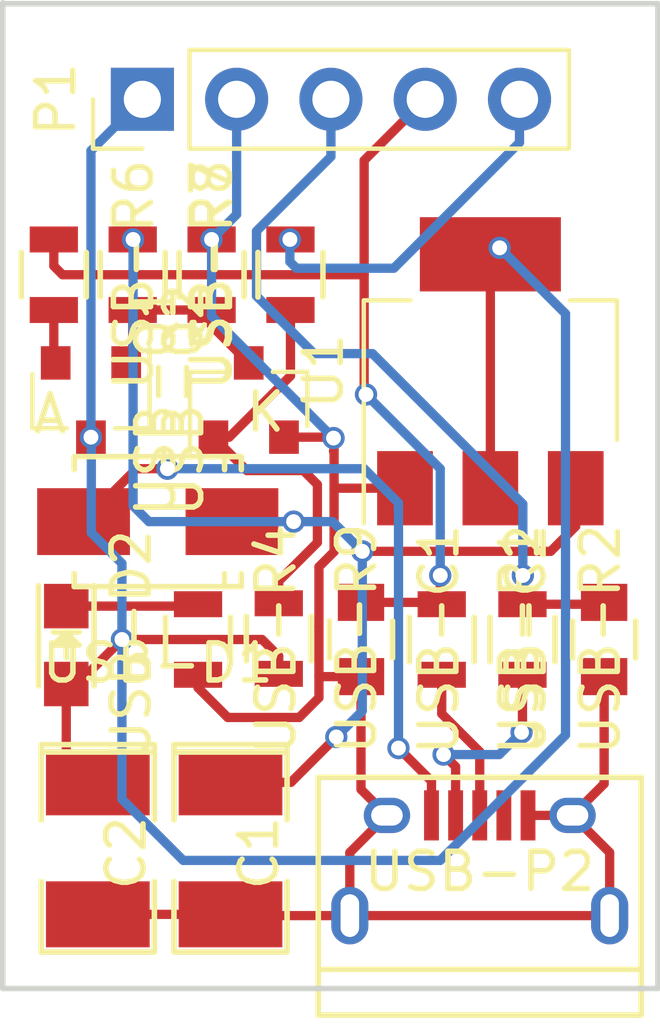
<source format=kicad_pcb>
(kicad_pcb (version 4) (host pcbnew 4.0.5-e0-6337~49~ubuntu16.04.1)

  (general
    (links 38)
    (no_connects 0)
    (area 48.065 35.241666 69.14 67)
    (thickness 1.6)
    (drawings 7)
    (tracks 185)
    (zones 0)
    (modules 19)
    (nets 14)
  )

  (page A4)
  (title_block
    (title "STM32 Maple Mini USB")
    (date 2017-09-16)
    (rev 0.9)
    (company "Radek Sebela")
  )

  (layers
    (0 F.Cu signal)
    (31 B.Cu signal)
    (32 B.Adhes user)
    (33 F.Adhes user)
    (34 B.Paste user)
    (35 F.Paste user)
    (36 B.SilkS user)
    (37 F.SilkS user)
    (38 B.Mask user)
    (39 F.Mask user)
    (40 Dwgs.User user)
    (41 Cmts.User user)
    (42 Eco1.User user)
    (43 Eco2.User user)
    (44 Edge.Cuts user)
    (45 Margin user)
    (46 B.CrtYd user)
    (47 F.CrtYd user)
    (48 B.Fab user)
    (49 F.Fab user)
  )

  (setup
    (last_trace_width 0.25)
    (user_trace_width 0.25)
    (user_trace_width 2)
    (user_trace_width 3)
    (trace_clearance 0.2)
    (zone_clearance 0.508)
    (zone_45_only no)
    (trace_min 0.2)
    (segment_width 0.2)
    (edge_width 0.15)
    (via_size 0.6)
    (via_drill 0.4)
    (via_min_size 0.4)
    (via_min_drill 0.3)
    (uvia_size 0.3)
    (uvia_drill 0.1)
    (uvias_allowed no)
    (uvia_min_size 0.2)
    (uvia_min_drill 0.1)
    (pcb_text_width 0.3)
    (pcb_text_size 1.5 1.5)
    (mod_edge_width 0.15)
    (mod_text_size 1 1)
    (mod_text_width 0.15)
    (pad_size 1.524 1.524)
    (pad_drill 0.762)
    (pad_to_mask_clearance 0.2)
    (aux_axis_origin 0 0)
    (visible_elements 7FFFFF9F)
    (pcbplotparams
      (layerselection 0x00000_80000001)
      (usegerberextensions false)
      (excludeedgelayer true)
      (linewidth 0.100000)
      (plotframeref true)
      (viasonmask false)
      (mode 1)
      (useauxorigin false)
      (hpglpennumber 1)
      (hpglpenspeed 20)
      (hpglpendiameter 15)
      (hpglpenoverlay 2)
      (psnegative false)
      (psa4output false)
      (plotreference true)
      (plotvalue false)
      (plotinvisibletext false)
      (padsonsilk false)
      (subtractmaskfromsilk false)
      (outputformat 4)
      (mirror false)
      (drillshape 0)
      (scaleselection 1)
      (outputdirectory ""))
  )

  (net 0 "")
  (net 1 USB-GND)
  (net 2 USB-5V)
  (net 3 "Net-(USB-P2-Pad2)")
  (net 4 "Net-(USB-P2-Pad3)")
  (net 5 USB-DP)
  (net 6 USB-DM)
  (net 7 USB-VCC)
  (net 8 "Net-(USB-Q1-Pad1)")
  (net 9 "Net-(USB-D1-Pad2)")
  (net 10 "Net-(USB-D2-Pad1)")
  (net 11 "Net-(USB-Q1-Pad3)")
  (net 12 "Net-(USB-Q2-Pad2)")
  (net 13 USB-DISC)

  (net_class Default "This is the default net class."
    (clearance 0.2)
    (trace_width 0.25)
    (via_dia 0.6)
    (via_drill 0.4)
    (uvia_dia 0.3)
    (uvia_drill 0.1)
    (add_net "Net-(USB-D1-Pad2)")
    (add_net "Net-(USB-D2-Pad1)")
    (add_net "Net-(USB-P2-Pad2)")
    (add_net "Net-(USB-P2-Pad3)")
    (add_net "Net-(USB-Q1-Pad1)")
    (add_net "Net-(USB-Q1-Pad3)")
    (add_net "Net-(USB-Q2-Pad2)")
    (add_net USB-5V)
    (add_net USB-DISC)
    (add_net USB-DM)
    (add_net USB-DP)
    (add_net USB-GND)
    (add_net USB-VCC)
  )

  (module Resistors_SMD:R_0805 (layer F.Cu) (tedit 58307B54) (tstamp 584BC6A7)
    (at 63.765 54.825 270)
    (descr "Resistor SMD 0805, reflow soldering, Vishay (see dcrcw.pdf)")
    (tags "resistor 0805")
    (path /584B3B82)
    (attr smd)
    (fp_text reference USB-R2 (at 0 -2.1 270) (layer F.SilkS)
      (effects (font (size 1 1) (thickness 0.15)))
    )
    (fp_text value 22R (at 0 2.1 270) (layer F.Fab)
      (effects (font (size 1 1) (thickness 0.15)))
    )
    (fp_line (start -1 0.625) (end -1 -0.625) (layer F.Fab) (width 0.1))
    (fp_line (start 1 0.625) (end -1 0.625) (layer F.Fab) (width 0.1))
    (fp_line (start 1 -0.625) (end 1 0.625) (layer F.Fab) (width 0.1))
    (fp_line (start -1 -0.625) (end 1 -0.625) (layer F.Fab) (width 0.1))
    (fp_line (start -1.6 -1) (end 1.6 -1) (layer F.CrtYd) (width 0.05))
    (fp_line (start -1.6 1) (end 1.6 1) (layer F.CrtYd) (width 0.05))
    (fp_line (start -1.6 -1) (end -1.6 1) (layer F.CrtYd) (width 0.05))
    (fp_line (start 1.6 -1) (end 1.6 1) (layer F.CrtYd) (width 0.05))
    (fp_line (start 0.6 0.875) (end -0.6 0.875) (layer F.SilkS) (width 0.15))
    (fp_line (start -0.6 -0.875) (end 0.6 -0.875) (layer F.SilkS) (width 0.15))
    (pad 1 smd rect (at -0.95 0 270) (size 0.7 1.3) (layers F.Cu F.Paste F.Mask)
      (net 6 USB-DM))
    (pad 2 smd rect (at 0.95 0 270) (size 0.7 1.3) (layers F.Cu F.Paste F.Mask)
      (net 3 "Net-(USB-P2-Pad2)"))
    (model Resistors_SMD.3dshapes/R_0805.wrl
      (at (xyz 0 0 0))
      (scale (xyz 1 1 1))
      (rotate (xyz 0 0 0))
    )
  )

  (module Connect:USB_Micro-B (layer F.Cu) (tedit 58377FE0) (tstamp 58377B80)
    (at 62.615 61.125)
    (descr "Micro USB Type B Receptacle")
    (tags "USB USB_B USB_micro USB_OTG")
    (path /58377BE0)
    (attr smd)
    (fp_text reference USB-P2 (at 0 -0.05) (layer F.SilkS)
      (effects (font (size 1 1) (thickness 0.15)))
    )
    (fp_text value USB_OTG (at 0 4.8) (layer F.Fab)
      (effects (font (size 1 1) (thickness 0.15)))
    )
    (fp_line (start -4.6 -2.8) (end 4.6 -2.8) (layer F.CrtYd) (width 0.05))
    (fp_line (start 4.6 -2.8) (end 4.6 4.05) (layer F.CrtYd) (width 0.05))
    (fp_line (start 4.6 4.05) (end -4.6 4.05) (layer F.CrtYd) (width 0.05))
    (fp_line (start -4.6 4.05) (end -4.6 -2.8) (layer F.CrtYd) (width 0.05))
    (fp_line (start -4.3509 3.81746) (end 4.3491 3.81746) (layer F.SilkS) (width 0.15))
    (fp_line (start -4.3509 -2.58754) (end 4.3491 -2.58754) (layer F.SilkS) (width 0.15))
    (fp_line (start 4.3491 -2.58754) (end 4.3491 3.81746) (layer F.SilkS) (width 0.15))
    (fp_line (start 4.3491 2.58746) (end -4.3509 2.58746) (layer F.SilkS) (width 0.15))
    (fp_line (start -4.3509 3.81746) (end -4.3509 -2.58754) (layer F.SilkS) (width 0.15))
    (pad 1 smd rect (at -1.3009 -1.56254 90) (size 1.35 0.4) (layers F.Cu F.Paste F.Mask)
      (net 9 "Net-(USB-D1-Pad2)"))
    (pad 2 smd rect (at -0.6509 -1.56254 90) (size 1.35 0.4) (layers F.Cu F.Paste F.Mask)
      (net 3 "Net-(USB-P2-Pad2)"))
    (pad 3 smd rect (at -0.0009 -1.56254 90) (size 1.35 0.4) (layers F.Cu F.Paste F.Mask)
      (net 4 "Net-(USB-P2-Pad3)"))
    (pad 4 smd rect (at 0.6491 -1.56254 90) (size 1.35 0.4) (layers F.Cu F.Paste F.Mask))
    (pad 5 smd rect (at 1.2991 -1.56254 90) (size 1.35 0.4) (layers F.Cu F.Paste F.Mask)
      (net 1 USB-GND))
    (pad 6 thru_hole oval (at -2.5009 -1.56254 90) (size 0.95 1.25) (drill oval 0.55 0.85) (layers *.Cu *.Mask)
      (net 1 USB-GND))
    (pad 6 thru_hole oval (at 2.4991 -1.56254 90) (size 0.95 1.25) (drill oval 0.55 0.85) (layers *.Cu *.Mask)
      (net 1 USB-GND))
    (pad 6 thru_hole oval (at -3.5009 1.13746 90) (size 1.55 1) (drill oval 1.15 0.5) (layers *.Cu *.Mask)
      (net 1 USB-GND))
    (pad 6 thru_hole oval (at 3.4991 1.13746 90) (size 1.55 1) (drill oval 1.15 0.5) (layers *.Cu *.Mask)
      (net 1 USB-GND))
  )

  (module Capacitors_SMD:C_0805 (layer F.Cu) (tedit 5415D6EA) (tstamp 584BC676)
    (at 59.415 54.825 270)
    (descr "Capacitor SMD 0805, reflow soldering, AVX (see smccp.pdf)")
    (tags "capacitor 0805")
    (path /584B49D3)
    (attr smd)
    (fp_text reference USB-C1 (at 0 -2.1 270) (layer F.SilkS)
      (effects (font (size 1 1) (thickness 0.15)))
    )
    (fp_text value 22p (at 0 2.1 270) (layer F.Fab)
      (effects (font (size 1 1) (thickness 0.15)))
    )
    (fp_line (start -1 0.625) (end -1 -0.625) (layer F.Fab) (width 0.15))
    (fp_line (start 1 0.625) (end -1 0.625) (layer F.Fab) (width 0.15))
    (fp_line (start 1 -0.625) (end 1 0.625) (layer F.Fab) (width 0.15))
    (fp_line (start -1 -0.625) (end 1 -0.625) (layer F.Fab) (width 0.15))
    (fp_line (start -1.8 -1) (end 1.8 -1) (layer F.CrtYd) (width 0.05))
    (fp_line (start -1.8 1) (end 1.8 1) (layer F.CrtYd) (width 0.05))
    (fp_line (start -1.8 -1) (end -1.8 1) (layer F.CrtYd) (width 0.05))
    (fp_line (start 1.8 -1) (end 1.8 1) (layer F.CrtYd) (width 0.05))
    (fp_line (start 0.5 -0.85) (end -0.5 -0.85) (layer F.SilkS) (width 0.15))
    (fp_line (start -0.5 0.85) (end 0.5 0.85) (layer F.SilkS) (width 0.15))
    (pad 1 smd rect (at -1 0 270) (size 1 1.25) (layers F.Cu F.Paste F.Mask)
      (net 5 USB-DP))
    (pad 2 smd rect (at 1 0 270) (size 1 1.25) (layers F.Cu F.Paste F.Mask)
      (net 1 USB-GND))
    (model Capacitors_SMD.3dshapes/C_0805.wrl
      (at (xyz 0 0 0))
      (scale (xyz 1 1 1))
      (rotate (xyz 0 0 0))
    )
  )

  (module Capacitors_SMD:C_0805 (layer F.Cu) (tedit 5415D6EA) (tstamp 584BC67C)
    (at 65.965 54.825 90)
    (descr "Capacitor SMD 0805, reflow soldering, AVX (see smccp.pdf)")
    (tags "capacitor 0805")
    (path /584B496E)
    (attr smd)
    (fp_text reference USB-C2 (at 0 -2.1 90) (layer F.SilkS)
      (effects (font (size 1 1) (thickness 0.15)))
    )
    (fp_text value 22p (at 0 2.1 90) (layer F.Fab)
      (effects (font (size 1 1) (thickness 0.15)))
    )
    (fp_line (start -1 0.625) (end -1 -0.625) (layer F.Fab) (width 0.15))
    (fp_line (start 1 0.625) (end -1 0.625) (layer F.Fab) (width 0.15))
    (fp_line (start 1 -0.625) (end 1 0.625) (layer F.Fab) (width 0.15))
    (fp_line (start -1 -0.625) (end 1 -0.625) (layer F.Fab) (width 0.15))
    (fp_line (start -1.8 -1) (end 1.8 -1) (layer F.CrtYd) (width 0.05))
    (fp_line (start -1.8 1) (end 1.8 1) (layer F.CrtYd) (width 0.05))
    (fp_line (start -1.8 -1) (end -1.8 1) (layer F.CrtYd) (width 0.05))
    (fp_line (start 1.8 -1) (end 1.8 1) (layer F.CrtYd) (width 0.05))
    (fp_line (start 0.5 -0.85) (end -0.5 -0.85) (layer F.SilkS) (width 0.15))
    (fp_line (start -0.5 0.85) (end 0.5 0.85) (layer F.SilkS) (width 0.15))
    (pad 1 smd rect (at -1 0 90) (size 1 1.25) (layers F.Cu F.Paste F.Mask)
      (net 1 USB-GND))
    (pad 2 smd rect (at 1 0 90) (size 1 1.25) (layers F.Cu F.Paste F.Mask)
      (net 6 USB-DM))
    (model Capacitors_SMD.3dshapes/C_0805.wrl
      (at (xyz 0 0 0))
      (scale (xyz 1 1 1))
      (rotate (xyz 0 0 0))
    )
  )

  (module Diodes_SMD:SMA_Standard (layer F.Cu) (tedit 552FF239) (tstamp 584BC682)
    (at 53.94 51.65 180)
    (descr "Diode SMA")
    (tags "Diode SMA")
    (path /584B43DD)
    (attr smd)
    (fp_text reference USB-D1 (at 0 -3.81 180) (layer F.SilkS)
      (effects (font (size 1 1) (thickness 0.15)))
    )
    (fp_text value D (at 0 4.3 180) (layer F.Fab)
      (effects (font (size 1 1) (thickness 0.15)))
    )
    (fp_line (start -3.5 -2) (end 3.5 -2) (layer F.CrtYd) (width 0.05))
    (fp_line (start 3.5 -2) (end 3.5 2) (layer F.CrtYd) (width 0.05))
    (fp_line (start 3.5 2) (end -3.5 2) (layer F.CrtYd) (width 0.05))
    (fp_line (start -3.5 2) (end -3.5 -2) (layer F.CrtYd) (width 0.05))
    (fp_text user K (at -2.9 2.95 180) (layer F.SilkS)
      (effects (font (size 1 1) (thickness 0.15)))
    )
    (fp_text user A (at 2.9 2.9 180) (layer F.SilkS)
      (effects (font (size 1 1) (thickness 0.15)))
    )
    (fp_circle (center 0 0) (end 0.20066 -0.0508) (layer F.Adhes) (width 0.381))
    (fp_line (start -1.79914 1.75006) (end -1.79914 1.39954) (layer F.SilkS) (width 0.15))
    (fp_line (start -1.79914 -1.75006) (end -1.79914 -1.39954) (layer F.SilkS) (width 0.15))
    (fp_line (start 2.25044 1.75006) (end 2.25044 1.39954) (layer F.SilkS) (width 0.15))
    (fp_line (start -2.25044 1.75006) (end -2.25044 1.39954) (layer F.SilkS) (width 0.15))
    (fp_line (start -2.25044 -1.75006) (end -2.25044 -1.39954) (layer F.SilkS) (width 0.15))
    (fp_line (start 2.25044 -1.75006) (end 2.25044 -1.39954) (layer F.SilkS) (width 0.15))
    (fp_line (start -2.25044 1.75006) (end 2.25044 1.75006) (layer F.SilkS) (width 0.15))
    (fp_line (start -2.25044 -1.75006) (end 2.25044 -1.75006) (layer F.SilkS) (width 0.15))
    (pad 1 smd rect (at -1.99898 0 180) (size 2.49936 1.80086) (layers F.Cu F.Paste F.Mask)
      (net 2 USB-5V))
    (pad 2 smd rect (at 1.99898 0 180) (size 2.49936 1.80086) (layers F.Cu F.Paste F.Mask)
      (net 9 "Net-(USB-D1-Pad2)"))
    (model Diodes_SMD.3dshapes/SMA_Standard.wrl
      (at (xyz 0 0 0))
      (scale (xyz 0.3937 0.3937 0.3937))
      (rotate (xyz 0 0 180))
    )
  )

  (module LEDs:LED_0805 (layer F.Cu) (tedit 55BDE1C2) (tstamp 584BC688)
    (at 51.475 54.975 270)
    (descr "LED 0805 smd package")
    (tags "LED 0805 SMD")
    (path /584B4CD9)
    (attr smd)
    (fp_text reference USB-D2 (at 0 -1.75 270) (layer F.SilkS)
      (effects (font (size 1 1) (thickness 0.15)))
    )
    (fp_text value LED (at 0 1.75 270) (layer F.Fab)
      (effects (font (size 1 1) (thickness 0.15)))
    )
    (fp_line (start -0.4 -0.3) (end -0.4 0.3) (layer F.Fab) (width 0.15))
    (fp_line (start -0.3 0) (end 0 -0.3) (layer F.Fab) (width 0.15))
    (fp_line (start 0 0.3) (end -0.3 0) (layer F.Fab) (width 0.15))
    (fp_line (start 0 -0.3) (end 0 0.3) (layer F.Fab) (width 0.15))
    (fp_line (start 1 -0.6) (end -1 -0.6) (layer F.Fab) (width 0.15))
    (fp_line (start 1 0.6) (end 1 -0.6) (layer F.Fab) (width 0.15))
    (fp_line (start -1 0.6) (end 1 0.6) (layer F.Fab) (width 0.15))
    (fp_line (start -1 -0.6) (end -1 0.6) (layer F.Fab) (width 0.15))
    (fp_line (start -1.6 0.75) (end 1.1 0.75) (layer F.SilkS) (width 0.15))
    (fp_line (start -1.6 -0.75) (end 1.1 -0.75) (layer F.SilkS) (width 0.15))
    (fp_line (start -0.1 0.15) (end -0.1 -0.1) (layer F.SilkS) (width 0.15))
    (fp_line (start -0.1 -0.1) (end -0.25 0.05) (layer F.SilkS) (width 0.15))
    (fp_line (start -0.35 -0.35) (end -0.35 0.35) (layer F.SilkS) (width 0.15))
    (fp_line (start 0 0) (end 0.35 0) (layer F.SilkS) (width 0.15))
    (fp_line (start -0.35 0) (end 0 -0.35) (layer F.SilkS) (width 0.15))
    (fp_line (start 0 -0.35) (end 0 0.35) (layer F.SilkS) (width 0.15))
    (fp_line (start 0 0.35) (end -0.35 0) (layer F.SilkS) (width 0.15))
    (fp_line (start 1.9 -0.95) (end 1.9 0.95) (layer F.CrtYd) (width 0.05))
    (fp_line (start 1.9 0.95) (end -1.9 0.95) (layer F.CrtYd) (width 0.05))
    (fp_line (start -1.9 0.95) (end -1.9 -0.95) (layer F.CrtYd) (width 0.05))
    (fp_line (start -1.9 -0.95) (end 1.9 -0.95) (layer F.CrtYd) (width 0.05))
    (pad 2 smd rect (at 1.04902 0 90) (size 1.19888 1.19888) (layers F.Cu F.Paste F.Mask)
      (net 7 USB-VCC))
    (pad 1 smd rect (at -1.04902 0 90) (size 1.19888 1.19888) (layers F.Cu F.Paste F.Mask)
      (net 10 "Net-(USB-D2-Pad1)"))
    (model LEDs.3dshapes/LED_0805.wrl
      (at (xyz 0 0 0))
      (scale (xyz 1 1 1))
      (rotate (xyz 0 0 0))
    )
  )

  (module TO_SOT_Packages_SMD:SOT-23 (layer F.Cu) (tedit 583F39EB) (tstamp 584BC694)
    (at 56.39 48.375 90)
    (descr "SOT-23, Standard")
    (tags SOT-23)
    (path /584DB6B3)
    (attr smd)
    (fp_text reference USB-Q1 (at 0 -2.5 90) (layer F.SilkS)
      (effects (font (size 1 1) (thickness 0.15)))
    )
    (fp_text value Q_NPN_BEC (at 0 2.5 90) (layer F.Fab)
      (effects (font (size 1 1) (thickness 0.15)))
    )
    (fp_line (start 0.76 1.58) (end 0.76 0.65) (layer F.SilkS) (width 0.12))
    (fp_line (start 0.76 -1.58) (end 0.76 -0.65) (layer F.SilkS) (width 0.12))
    (fp_line (start 0.7 -1.52) (end 0.7 1.52) (layer F.Fab) (width 0.15))
    (fp_line (start -0.7 1.52) (end 0.7 1.52) (layer F.Fab) (width 0.15))
    (fp_line (start -1.7 -1.75) (end 1.7 -1.75) (layer F.CrtYd) (width 0.05))
    (fp_line (start 1.7 -1.75) (end 1.7 1.75) (layer F.CrtYd) (width 0.05))
    (fp_line (start 1.7 1.75) (end -1.7 1.75) (layer F.CrtYd) (width 0.05))
    (fp_line (start -1.7 1.75) (end -1.7 -1.75) (layer F.CrtYd) (width 0.05))
    (fp_line (start 0.76 -1.58) (end -1.4 -1.58) (layer F.SilkS) (width 0.12))
    (fp_line (start -0.7 -1.52) (end 0.7 -1.52) (layer F.Fab) (width 0.15))
    (fp_line (start -0.7 -1.52) (end -0.7 1.52) (layer F.Fab) (width 0.15))
    (fp_line (start 0.76 1.58) (end -0.7 1.58) (layer F.SilkS) (width 0.12))
    (pad 1 smd rect (at -1 -0.95 90) (size 0.9 0.8) (layers F.Cu F.Paste F.Mask)
      (net 8 "Net-(USB-Q1-Pad1)"))
    (pad 2 smd rect (at -1 0.95 90) (size 0.9 0.8) (layers F.Cu F.Paste F.Mask)
      (net 1 USB-GND))
    (pad 3 smd rect (at 1 0 90) (size 0.9 0.8) (layers F.Cu F.Paste F.Mask)
      (net 11 "Net-(USB-Q1-Pad3)"))
    (model TO_SOT_Packages_SMD.3dshapes/SOT-23.wrl
      (at (xyz 0 0 0))
      (scale (xyz 1 1 1))
      (rotate (xyz 0 0 90))
    )
  )

  (module TO_SOT_Packages_SMD:SOT-23 (layer F.Cu) (tedit 583F39EB) (tstamp 584BC69B)
    (at 52.14 48.375 270)
    (descr "SOT-23, Standard")
    (tags SOT-23)
    (path /584DB215)
    (attr smd)
    (fp_text reference USB-Q2 (at 0 -2.5 270) (layer F.SilkS)
      (effects (font (size 1 1) (thickness 0.15)))
    )
    (fp_text value Q_NPN_BEC (at 0 2.5 270) (layer F.Fab)
      (effects (font (size 1 1) (thickness 0.15)))
    )
    (fp_line (start 0.76 1.58) (end 0.76 0.65) (layer F.SilkS) (width 0.12))
    (fp_line (start 0.76 -1.58) (end 0.76 -0.65) (layer F.SilkS) (width 0.12))
    (fp_line (start 0.7 -1.52) (end 0.7 1.52) (layer F.Fab) (width 0.15))
    (fp_line (start -0.7 1.52) (end 0.7 1.52) (layer F.Fab) (width 0.15))
    (fp_line (start -1.7 -1.75) (end 1.7 -1.75) (layer F.CrtYd) (width 0.05))
    (fp_line (start 1.7 -1.75) (end 1.7 1.75) (layer F.CrtYd) (width 0.05))
    (fp_line (start 1.7 1.75) (end -1.7 1.75) (layer F.CrtYd) (width 0.05))
    (fp_line (start -1.7 1.75) (end -1.7 -1.75) (layer F.CrtYd) (width 0.05))
    (fp_line (start 0.76 -1.58) (end -1.4 -1.58) (layer F.SilkS) (width 0.12))
    (fp_line (start -0.7 -1.52) (end 0.7 -1.52) (layer F.Fab) (width 0.15))
    (fp_line (start -0.7 -1.52) (end -0.7 1.52) (layer F.Fab) (width 0.15))
    (fp_line (start 0.76 1.58) (end -0.7 1.58) (layer F.SilkS) (width 0.12))
    (pad 1 smd rect (at -1 -0.95 270) (size 0.9 0.8) (layers F.Cu F.Paste F.Mask)
      (net 11 "Net-(USB-Q1-Pad3)"))
    (pad 2 smd rect (at -1 0.95 270) (size 0.9 0.8) (layers F.Cu F.Paste F.Mask)
      (net 12 "Net-(USB-Q2-Pad2)"))
    (pad 3 smd rect (at 1 0 270) (size 0.9 0.8) (layers F.Cu F.Paste F.Mask)
      (net 7 USB-VCC))
    (model TO_SOT_Packages_SMD.3dshapes/SOT-23.wrl
      (at (xyz 0 0 0))
      (scale (xyz 1 1 1))
      (rotate (xyz 0 0 90))
    )
  )

  (module Resistors_SMD:R_0805 (layer F.Cu) (tedit 58307B54) (tstamp 584BC6A1)
    (at 61.59 54.825 270)
    (descr "Resistor SMD 0805, reflow soldering, Vishay (see dcrcw.pdf)")
    (tags "resistor 0805")
    (path /584B3B1B)
    (attr smd)
    (fp_text reference USB-R1 (at 0 -2.1 270) (layer F.SilkS)
      (effects (font (size 1 1) (thickness 0.15)))
    )
    (fp_text value 22R (at 0 2.1 270) (layer F.Fab)
      (effects (font (size 1 1) (thickness 0.15)))
    )
    (fp_line (start -1 0.625) (end -1 -0.625) (layer F.Fab) (width 0.1))
    (fp_line (start 1 0.625) (end -1 0.625) (layer F.Fab) (width 0.1))
    (fp_line (start 1 -0.625) (end 1 0.625) (layer F.Fab) (width 0.1))
    (fp_line (start -1 -0.625) (end 1 -0.625) (layer F.Fab) (width 0.1))
    (fp_line (start -1.6 -1) (end 1.6 -1) (layer F.CrtYd) (width 0.05))
    (fp_line (start -1.6 1) (end 1.6 1) (layer F.CrtYd) (width 0.05))
    (fp_line (start -1.6 -1) (end -1.6 1) (layer F.CrtYd) (width 0.05))
    (fp_line (start 1.6 -1) (end 1.6 1) (layer F.CrtYd) (width 0.05))
    (fp_line (start 0.6 0.875) (end -0.6 0.875) (layer F.SilkS) (width 0.15))
    (fp_line (start -0.6 -0.875) (end 0.6 -0.875) (layer F.SilkS) (width 0.15))
    (pad 1 smd rect (at -0.95 0 270) (size 0.7 1.3) (layers F.Cu F.Paste F.Mask)
      (net 5 USB-DP))
    (pad 2 smd rect (at 0.95 0 270) (size 0.7 1.3) (layers F.Cu F.Paste F.Mask)
      (net 4 "Net-(USB-P2-Pad3)"))
    (model Resistors_SMD.3dshapes/R_0805.wrl
      (at (xyz 0 0 0))
      (scale (xyz 1 1 1))
      (rotate (xyz 0 0 0))
    )
  )

  (module Resistors_SMD:R_0805 (layer F.Cu) (tedit 58307B54) (tstamp 584BC6B3)
    (at 55.025 54.825 270)
    (descr "Resistor SMD 0805, reflow soldering, Vishay (see dcrcw.pdf)")
    (tags "resistor 0805")
    (path /584B4C92)
    (attr smd)
    (fp_text reference USB-R4 (at 0 -2.1 270) (layer F.SilkS)
      (effects (font (size 1 1) (thickness 0.15)))
    )
    (fp_text value 1k (at 0 2.1 270) (layer F.Fab)
      (effects (font (size 1 1) (thickness 0.15)))
    )
    (fp_line (start -1 0.625) (end -1 -0.625) (layer F.Fab) (width 0.1))
    (fp_line (start 1 0.625) (end -1 0.625) (layer F.Fab) (width 0.1))
    (fp_line (start 1 -0.625) (end 1 0.625) (layer F.Fab) (width 0.1))
    (fp_line (start -1 -0.625) (end 1 -0.625) (layer F.Fab) (width 0.1))
    (fp_line (start -1.6 -1) (end 1.6 -1) (layer F.CrtYd) (width 0.05))
    (fp_line (start -1.6 1) (end 1.6 1) (layer F.CrtYd) (width 0.05))
    (fp_line (start -1.6 -1) (end -1.6 1) (layer F.CrtYd) (width 0.05))
    (fp_line (start 1.6 -1) (end 1.6 1) (layer F.CrtYd) (width 0.05))
    (fp_line (start 0.6 0.875) (end -0.6 0.875) (layer F.SilkS) (width 0.15))
    (fp_line (start -0.6 -0.875) (end 0.6 -0.875) (layer F.SilkS) (width 0.15))
    (pad 1 smd rect (at -0.95 0 270) (size 0.7 1.3) (layers F.Cu F.Paste F.Mask)
      (net 10 "Net-(USB-D2-Pad1)"))
    (pad 2 smd rect (at 0.95 0 270) (size 0.7 1.3) (layers F.Cu F.Paste F.Mask)
      (net 1 USB-GND))
    (model Resistors_SMD.3dshapes/R_0805.wrl
      (at (xyz 0 0 0))
      (scale (xyz 1 1 1))
      (rotate (xyz 0 0 0))
    )
  )

  (module Resistors_SMD:R_0805 (layer F.Cu) (tedit 58307B54) (tstamp 584BC6BF)
    (at 55.39 45 90)
    (descr "Resistor SMD 0805, reflow soldering, Vishay (see dcrcw.pdf)")
    (tags "resistor 0805")
    (path /584B801D)
    (attr smd)
    (fp_text reference USB-R6 (at 0 -2.1 90) (layer F.SilkS)
      (effects (font (size 1 1) (thickness 0.15)))
    )
    (fp_text value 36k (at 0 2.1 90) (layer F.Fab)
      (effects (font (size 1 1) (thickness 0.15)))
    )
    (fp_line (start -1 0.625) (end -1 -0.625) (layer F.Fab) (width 0.1))
    (fp_line (start 1 0.625) (end -1 0.625) (layer F.Fab) (width 0.1))
    (fp_line (start 1 -0.625) (end 1 0.625) (layer F.Fab) (width 0.1))
    (fp_line (start -1 -0.625) (end 1 -0.625) (layer F.Fab) (width 0.1))
    (fp_line (start -1.6 -1) (end 1.6 -1) (layer F.CrtYd) (width 0.05))
    (fp_line (start -1.6 1) (end 1.6 1) (layer F.CrtYd) (width 0.05))
    (fp_line (start -1.6 -1) (end -1.6 1) (layer F.CrtYd) (width 0.05))
    (fp_line (start 1.6 -1) (end 1.6 1) (layer F.CrtYd) (width 0.05))
    (fp_line (start 0.6 0.875) (end -0.6 0.875) (layer F.SilkS) (width 0.15))
    (fp_line (start -0.6 -0.875) (end 0.6 -0.875) (layer F.SilkS) (width 0.15))
    (pad 1 smd rect (at -0.95 0 90) (size 0.7 1.3) (layers F.Cu F.Paste F.Mask)
      (net 11 "Net-(USB-Q1-Pad3)"))
    (pad 2 smd rect (at 0.95 0 90) (size 0.7 1.3) (layers F.Cu F.Paste F.Mask)
      (net 1 USB-GND))
    (model Resistors_SMD.3dshapes/R_0805.wrl
      (at (xyz 0 0 0))
      (scale (xyz 1 1 1))
      (rotate (xyz 0 0 0))
    )
  )

  (module Resistors_SMD:R_0805 (layer F.Cu) (tedit 58307B54) (tstamp 584BC6C5)
    (at 53.265 45 270)
    (descr "Resistor SMD 0805, reflow soldering, Vishay (see dcrcw.pdf)")
    (tags "resistor 0805")
    (path /584B7FC4)
    (attr smd)
    (fp_text reference USB-R7 (at 0 -2.1 270) (layer F.SilkS)
      (effects (font (size 1 1) (thickness 0.15)))
    )
    (fp_text value 10k (at 0 2.1 270) (layer F.Fab)
      (effects (font (size 1 1) (thickness 0.15)))
    )
    (fp_line (start -1 0.625) (end -1 -0.625) (layer F.Fab) (width 0.1))
    (fp_line (start 1 0.625) (end -1 0.625) (layer F.Fab) (width 0.1))
    (fp_line (start 1 -0.625) (end 1 0.625) (layer F.Fab) (width 0.1))
    (fp_line (start -1 -0.625) (end 1 -0.625) (layer F.Fab) (width 0.1))
    (fp_line (start -1.6 -1) (end 1.6 -1) (layer F.CrtYd) (width 0.05))
    (fp_line (start -1.6 1) (end 1.6 1) (layer F.CrtYd) (width 0.05))
    (fp_line (start -1.6 -1) (end -1.6 1) (layer F.CrtYd) (width 0.05))
    (fp_line (start 1.6 -1) (end 1.6 1) (layer F.CrtYd) (width 0.05))
    (fp_line (start 0.6 0.875) (end -0.6 0.875) (layer F.SilkS) (width 0.15))
    (fp_line (start -0.6 -0.875) (end 0.6 -0.875) (layer F.SilkS) (width 0.15))
    (pad 1 smd rect (at -0.95 0 270) (size 0.7 1.3) (layers F.Cu F.Paste F.Mask)
      (net 2 USB-5V))
    (pad 2 smd rect (at 0.95 0 270) (size 0.7 1.3) (layers F.Cu F.Paste F.Mask)
      (net 11 "Net-(USB-Q1-Pad3)"))
    (model Resistors_SMD.3dshapes/R_0805.wrl
      (at (xyz 0 0 0))
      (scale (xyz 1 1 1))
      (rotate (xyz 0 0 0))
    )
  )

  (module Resistors_SMD:R_0805 (layer F.Cu) (tedit 58307B54) (tstamp 584BC6CB)
    (at 57.515 45 90)
    (descr "Resistor SMD 0805, reflow soldering, Vishay (see dcrcw.pdf)")
    (tags "resistor 0805")
    (path /584B7F10)
    (attr smd)
    (fp_text reference USB-R8 (at 0 -2.1 90) (layer F.SilkS)
      (effects (font (size 1 1) (thickness 0.15)))
    )
    (fp_text value 1k (at 0 2.1 90) (layer F.Fab)
      (effects (font (size 1 1) (thickness 0.15)))
    )
    (fp_line (start -1 0.625) (end -1 -0.625) (layer F.Fab) (width 0.1))
    (fp_line (start 1 0.625) (end -1 0.625) (layer F.Fab) (width 0.1))
    (fp_line (start 1 -0.625) (end 1 0.625) (layer F.Fab) (width 0.1))
    (fp_line (start -1 -0.625) (end 1 -0.625) (layer F.Fab) (width 0.1))
    (fp_line (start -1.6 -1) (end 1.6 -1) (layer F.CrtYd) (width 0.05))
    (fp_line (start -1.6 1) (end 1.6 1) (layer F.CrtYd) (width 0.05))
    (fp_line (start -1.6 -1) (end -1.6 1) (layer F.CrtYd) (width 0.05))
    (fp_line (start 1.6 -1) (end 1.6 1) (layer F.CrtYd) (width 0.05))
    (fp_line (start 0.6 0.875) (end -0.6 0.875) (layer F.SilkS) (width 0.15))
    (fp_line (start -0.6 -0.875) (end 0.6 -0.875) (layer F.SilkS) (width 0.15))
    (pad 1 smd rect (at -0.95 0 90) (size 0.7 1.3) (layers F.Cu F.Paste F.Mask)
      (net 8 "Net-(USB-Q1-Pad1)"))
    (pad 2 smd rect (at 0.95 0 90) (size 0.7 1.3) (layers F.Cu F.Paste F.Mask)
      (net 13 USB-DISC))
    (model Resistors_SMD.3dshapes/R_0805.wrl
      (at (xyz 0 0 0))
      (scale (xyz 1 1 1))
      (rotate (xyz 0 0 0))
    )
  )

  (module Resistors_SMD:R_0805 (layer F.Cu) (tedit 58307B54) (tstamp 584BC6D1)
    (at 57.2 54.8 270)
    (descr "Resistor SMD 0805, reflow soldering, Vishay (see dcrcw.pdf)")
    (tags "resistor 0805")
    (path /584B7F69)
    (attr smd)
    (fp_text reference USB-R9 (at 0 -2.1 270) (layer F.SilkS)
      (effects (font (size 1 1) (thickness 0.15)))
    )
    (fp_text value 47k (at 0 2.1 270) (layer F.Fab)
      (effects (font (size 1 1) (thickness 0.15)))
    )
    (fp_line (start -1 0.625) (end -1 -0.625) (layer F.Fab) (width 0.1))
    (fp_line (start 1 0.625) (end -1 0.625) (layer F.Fab) (width 0.1))
    (fp_line (start 1 -0.625) (end 1 0.625) (layer F.Fab) (width 0.1))
    (fp_line (start -1 -0.625) (end 1 -0.625) (layer F.Fab) (width 0.1))
    (fp_line (start -1.6 -1) (end 1.6 -1) (layer F.CrtYd) (width 0.05))
    (fp_line (start -1.6 1) (end 1.6 1) (layer F.CrtYd) (width 0.05))
    (fp_line (start -1.6 -1) (end -1.6 1) (layer F.CrtYd) (width 0.05))
    (fp_line (start 1.6 -1) (end 1.6 1) (layer F.CrtYd) (width 0.05))
    (fp_line (start 0.6 0.875) (end -0.6 0.875) (layer F.SilkS) (width 0.15))
    (fp_line (start -0.6 -0.875) (end 0.6 -0.875) (layer F.SilkS) (width 0.15))
    (pad 1 smd rect (at -0.95 0 270) (size 0.7 1.3) (layers F.Cu F.Paste F.Mask)
      (net 8 "Net-(USB-Q1-Pad1)"))
    (pad 2 smd rect (at 0.95 0 270) (size 0.7 1.3) (layers F.Cu F.Paste F.Mask)
      (net 7 USB-VCC))
    (model Resistors_SMD.3dshapes/R_0805.wrl
      (at (xyz 0 0 0))
      (scale (xyz 1 1 1))
      (rotate (xyz 0 0 0))
    )
  )

  (module Resistors_SMD:R_0805 (layer F.Cu) (tedit 58307B54) (tstamp 584BC6D7)
    (at 51.14 45 90)
    (descr "Resistor SMD 0805, reflow soldering, Vishay (see dcrcw.pdf)")
    (tags "resistor 0805")
    (path /584B8076)
    (attr smd)
    (fp_text reference USB-R10 (at 0 -2.1 90) (layer F.SilkS)
      (effects (font (size 1 1) (thickness 0.15)))
    )
    (fp_text value 1k5 (at 0 2.1 90) (layer F.Fab)
      (effects (font (size 1 1) (thickness 0.15)))
    )
    (fp_line (start -1 0.625) (end -1 -0.625) (layer F.Fab) (width 0.1))
    (fp_line (start 1 0.625) (end -1 0.625) (layer F.Fab) (width 0.1))
    (fp_line (start 1 -0.625) (end 1 0.625) (layer F.Fab) (width 0.1))
    (fp_line (start -1 -0.625) (end 1 -0.625) (layer F.Fab) (width 0.1))
    (fp_line (start -1.6 -1) (end 1.6 -1) (layer F.CrtYd) (width 0.05))
    (fp_line (start -1.6 1) (end 1.6 1) (layer F.CrtYd) (width 0.05))
    (fp_line (start -1.6 -1) (end -1.6 1) (layer F.CrtYd) (width 0.05))
    (fp_line (start 1.6 -1) (end 1.6 1) (layer F.CrtYd) (width 0.05))
    (fp_line (start 0.6 0.875) (end -0.6 0.875) (layer F.SilkS) (width 0.15))
    (fp_line (start -0.6 -0.875) (end 0.6 -0.875) (layer F.SilkS) (width 0.15))
    (pad 1 smd rect (at -0.95 0 90) (size 0.7 1.3) (layers F.Cu F.Paste F.Mask)
      (net 12 "Net-(USB-Q2-Pad2)"))
    (pad 2 smd rect (at 0.95 0 90) (size 0.7 1.3) (layers F.Cu F.Paste F.Mask)
      (net 5 USB-DP))
    (model Resistors_SMD.3dshapes/R_0805.wrl
      (at (xyz 0 0 0))
      (scale (xyz 1 1 1))
      (rotate (xyz 0 0 0))
    )
  )

  (module SMD_Packages:SMD-1210_Pol (layer F.Cu) (tedit 0) (tstamp 59FC4B4F)
    (at 55.9 60.45 270)
    (tags "CMS SM")
    (path /59FC4B00)
    (attr smd)
    (fp_text reference C1 (at 0.127 -0.762 270) (layer F.SilkS)
      (effects (font (size 1 1) (thickness 0.15)))
    )
    (fp_text value CP (at 0 0.762 270) (layer F.Fab)
      (effects (font (size 1 1) (thickness 0.15)))
    )
    (fp_line (start -2.794 -1.524) (end -2.794 1.524) (layer F.SilkS) (width 0.15))
    (fp_line (start 0.889 1.524) (end 2.794 1.524) (layer F.SilkS) (width 0.15))
    (fp_line (start 2.794 1.524) (end 2.794 -1.524) (layer F.SilkS) (width 0.15))
    (fp_line (start 2.794 -1.524) (end 0.889 -1.524) (layer F.SilkS) (width 0.15))
    (fp_line (start -0.762 -1.524) (end -2.794 -1.524) (layer F.SilkS) (width 0.15))
    (fp_line (start -2.594 -1.524) (end -2.594 1.524) (layer F.SilkS) (width 0.15))
    (fp_line (start -2.794 1.524) (end -0.762 1.524) (layer F.SilkS) (width 0.15))
    (pad 1 smd rect (at -1.778 0 270) (size 1.778 2.794) (layers F.Cu F.Paste F.Mask)
      (net 2 USB-5V))
    (pad 2 smd rect (at 1.778 0 270) (size 1.778 2.794) (layers F.Cu F.Paste F.Mask)
      (net 1 USB-GND))
    (model SMD_Packages.3dshapes/SMD-1210_Pol.wrl
      (at (xyz 0 0 0))
      (scale (xyz 0.2 0.2 0.2))
      (rotate (xyz 0 0 0))
    )
  )

  (module SMD_Packages:SMD-1210_Pol (layer F.Cu) (tedit 0) (tstamp 59FC4B55)
    (at 52.325 60.45 270)
    (tags "CMS SM")
    (path /59FC4B69)
    (attr smd)
    (fp_text reference C2 (at 0.127 -0.762 270) (layer F.SilkS)
      (effects (font (size 1 1) (thickness 0.15)))
    )
    (fp_text value CP (at 0 0.762 270) (layer F.Fab)
      (effects (font (size 1 1) (thickness 0.15)))
    )
    (fp_line (start -2.794 -1.524) (end -2.794 1.524) (layer F.SilkS) (width 0.15))
    (fp_line (start 0.889 1.524) (end 2.794 1.524) (layer F.SilkS) (width 0.15))
    (fp_line (start 2.794 1.524) (end 2.794 -1.524) (layer F.SilkS) (width 0.15))
    (fp_line (start 2.794 -1.524) (end 0.889 -1.524) (layer F.SilkS) (width 0.15))
    (fp_line (start -0.762 -1.524) (end -2.794 -1.524) (layer F.SilkS) (width 0.15))
    (fp_line (start -2.594 -1.524) (end -2.594 1.524) (layer F.SilkS) (width 0.15))
    (fp_line (start -2.794 1.524) (end -0.762 1.524) (layer F.SilkS) (width 0.15))
    (pad 1 smd rect (at -1.778 0 270) (size 1.778 2.794) (layers F.Cu F.Paste F.Mask)
      (net 7 USB-VCC))
    (pad 2 smd rect (at 1.778 0 270) (size 1.778 2.794) (layers F.Cu F.Paste F.Mask)
      (net 1 USB-GND))
    (model SMD_Packages.3dshapes/SMD-1210_Pol.wrl
      (at (xyz 0 0 0))
      (scale (xyz 0.2 0.2 0.2))
      (rotate (xyz 0 0 0))
    )
  )

  (module Pin_Headers:Pin_Header_Straight_1x05_Pitch2.54mm (layer F.Cu) (tedit 59650532) (tstamp 59FC4B5E)
    (at 53.525 40.275 90)
    (descr "Through hole straight pin header, 1x05, 2.54mm pitch, single row")
    (tags "Through hole pin header THT 1x05 2.54mm single row")
    (path /59FC6E45)
    (fp_text reference P1 (at 0 -2.33 90) (layer F.SilkS)
      (effects (font (size 1 1) (thickness 0.15)))
    )
    (fp_text value CONN_01X05 (at 0 12.49 90) (layer F.Fab)
      (effects (font (size 1 1) (thickness 0.15)))
    )
    (fp_line (start -0.635 -1.27) (end 1.27 -1.27) (layer F.Fab) (width 0.1))
    (fp_line (start 1.27 -1.27) (end 1.27 11.43) (layer F.Fab) (width 0.1))
    (fp_line (start 1.27 11.43) (end -1.27 11.43) (layer F.Fab) (width 0.1))
    (fp_line (start -1.27 11.43) (end -1.27 -0.635) (layer F.Fab) (width 0.1))
    (fp_line (start -1.27 -0.635) (end -0.635 -1.27) (layer F.Fab) (width 0.1))
    (fp_line (start -1.33 11.49) (end 1.33 11.49) (layer F.SilkS) (width 0.12))
    (fp_line (start -1.33 1.27) (end -1.33 11.49) (layer F.SilkS) (width 0.12))
    (fp_line (start 1.33 1.27) (end 1.33 11.49) (layer F.SilkS) (width 0.12))
    (fp_line (start -1.33 1.27) (end 1.33 1.27) (layer F.SilkS) (width 0.12))
    (fp_line (start -1.33 0) (end -1.33 -1.33) (layer F.SilkS) (width 0.12))
    (fp_line (start -1.33 -1.33) (end 0 -1.33) (layer F.SilkS) (width 0.12))
    (fp_line (start -1.8 -1.8) (end -1.8 11.95) (layer F.CrtYd) (width 0.05))
    (fp_line (start -1.8 11.95) (end 1.8 11.95) (layer F.CrtYd) (width 0.05))
    (fp_line (start 1.8 11.95) (end 1.8 -1.8) (layer F.CrtYd) (width 0.05))
    (fp_line (start 1.8 -1.8) (end -1.8 -1.8) (layer F.CrtYd) (width 0.05))
    (fp_text user %R (at 0 5.08 180) (layer F.Fab)
      (effects (font (size 1 1) (thickness 0.15)))
    )
    (pad 1 thru_hole rect (at 0 0 90) (size 1.7 1.7) (drill 1) (layers *.Cu *.Mask)
      (net 7 USB-VCC))
    (pad 2 thru_hole oval (at 0 2.54 90) (size 1.7 1.7) (drill 1) (layers *.Cu *.Mask)
      (net 1 USB-GND))
    (pad 3 thru_hole oval (at 0 5.08 90) (size 1.7 1.7) (drill 1) (layers *.Cu *.Mask)
      (net 6 USB-DM))
    (pad 4 thru_hole oval (at 0 7.62 90) (size 1.7 1.7) (drill 1) (layers *.Cu *.Mask)
      (net 5 USB-DP))
    (pad 5 thru_hole oval (at 0 10.16 90) (size 1.7 1.7) (drill 1) (layers *.Cu *.Mask)
      (net 13 USB-DISC))
    (model ${KISYS3DMOD}/Pin_Headers.3dshapes/Pin_Header_Straight_1x05_Pitch2.54mm.wrl
      (at (xyz 0 0 0))
      (scale (xyz 1 1 1))
      (rotate (xyz 0 0 0))
    )
  )

  (module TO_SOT_Packages_SMD:SOT-223 (layer F.Cu) (tedit 58CE4E7E) (tstamp 59FC4B66)
    (at 62.9 47.6 90)
    (descr "module CMS SOT223 4 pins")
    (tags "CMS SOT")
    (path /59FC5200)
    (attr smd)
    (fp_text reference U1 (at 0 -4.5 90) (layer F.SilkS)
      (effects (font (size 1 1) (thickness 0.15)))
    )
    (fp_text value AP1117 (at 0 4.5 90) (layer F.Fab)
      (effects (font (size 1 1) (thickness 0.15)))
    )
    (fp_text user %R (at 0 0 180) (layer F.Fab)
      (effects (font (size 0.8 0.8) (thickness 0.12)))
    )
    (fp_line (start -1.85 -2.3) (end -0.8 -3.35) (layer F.Fab) (width 0.1))
    (fp_line (start 1.91 3.41) (end 1.91 2.15) (layer F.SilkS) (width 0.12))
    (fp_line (start 1.91 -3.41) (end 1.91 -2.15) (layer F.SilkS) (width 0.12))
    (fp_line (start 4.4 -3.6) (end -4.4 -3.6) (layer F.CrtYd) (width 0.05))
    (fp_line (start 4.4 3.6) (end 4.4 -3.6) (layer F.CrtYd) (width 0.05))
    (fp_line (start -4.4 3.6) (end 4.4 3.6) (layer F.CrtYd) (width 0.05))
    (fp_line (start -4.4 -3.6) (end -4.4 3.6) (layer F.CrtYd) (width 0.05))
    (fp_line (start -1.85 -2.3) (end -1.85 3.35) (layer F.Fab) (width 0.1))
    (fp_line (start -1.85 3.41) (end 1.91 3.41) (layer F.SilkS) (width 0.12))
    (fp_line (start -0.8 -3.35) (end 1.85 -3.35) (layer F.Fab) (width 0.1))
    (fp_line (start -4.1 -3.41) (end 1.91 -3.41) (layer F.SilkS) (width 0.12))
    (fp_line (start -1.85 3.35) (end 1.85 3.35) (layer F.Fab) (width 0.1))
    (fp_line (start 1.85 -3.35) (end 1.85 3.35) (layer F.Fab) (width 0.1))
    (pad 4 smd rect (at 3.15 0 90) (size 2 3.8) (layers F.Cu F.Paste F.Mask)
      (net 7 USB-VCC))
    (pad 2 smd rect (at -3.15 0 90) (size 2 1.5) (layers F.Cu F.Paste F.Mask)
      (net 7 USB-VCC))
    (pad 3 smd rect (at -3.15 2.3 90) (size 2 1.5) (layers F.Cu F.Paste F.Mask)
      (net 2 USB-5V))
    (pad 1 smd rect (at -3.15 -2.3 90) (size 2 1.5) (layers F.Cu F.Paste F.Mask)
      (net 1 USB-GND))
    (model ${KISYS3DMOD}/TO_SOT_Packages_SMD.3dshapes/SOT-223.wrl
      (at (xyz 0 0 0))
      (scale (xyz 1 1 1))
      (rotate (xyz 0 0 0))
    )
  )

  (gr_line (start 49.765 64.225) (end 49.765 64.2) (angle 90) (layer Edge.Cuts) (width 0.15))
  (gr_line (start 67.415 64.225) (end 67.415 50.125) (angle 90) (layer Edge.Cuts) (width 0.15))
  (gr_line (start 49.765 64.225) (end 67.415 64.225) (angle 90) (layer Edge.Cuts) (width 0.15))
  (gr_line (start 49.765 50.125) (end 49.765 64.225) (angle 90) (layer Edge.Cuts) (width 0.15))
  (gr_line (start 67.415 37.7) (end 49.765 37.7) (angle 90) (layer Edge.Cuts) (width 0.15))
  (gr_line (start 67.415 50.125) (end 67.415 37.7) (angle 90) (layer Edge.Cuts) (width 0.15))
  (gr_line (start 49.765 37.675) (end 49.765 50.125) (angle 90) (layer Edge.Cuts) (width 0.15))

  (segment (start 58.2825 55.825) (end 58.2825 56.3925) (width 0.25) (layer F.Cu) (net 1))
  (segment (start 58.2825 56.3925) (end 57.75 56.925) (width 0.25) (layer F.Cu) (net 1) (tstamp 59FE1F8F))
  (segment (start 55.825 56.925) (end 57.75 56.925) (width 0.25) (layer F.Cu) (net 1) (tstamp 59FC52BE))
  (segment (start 55.025 56.125) (end 55.825 56.925) (width 0.25) (layer F.Cu) (net 1) (tstamp 59FC52BB))
  (segment (start 59.415 55.825) (end 58.2825 55.825) (width 0.25) (layer F.Cu) (net 1))
  (segment (start 58.2825 54.475) (end 58.2825 55.825) (width 0.25) (layer F.Cu) (net 1))
  (segment (start 58.689998 50.775) (end 58.689998 51.025) (width 0.25) (layer F.Cu) (net 1) (tstamp 59FC4F60))
  (segment (start 58.2825 52.8675) (end 58.689998 52.460002) (width 0.25) (layer F.Cu) (net 1) (tstamp 59FC4EEF))
  (segment (start 58.689998 52.460002) (end 58.689998 51.025) (width 0.25) (layer F.Cu) (net 1) (tstamp 59FC4EF0))
  (segment (start 58.2825 54.475) (end 58.2825 52.8675) (width 0.25) (layer F.Cu) (net 1) (tstamp 59FE1F58))
  (segment (start 55.39 44.05) (end 55.39 46.115) (width 0.25) (layer B.Cu) (net 1))
  (segment (start 56.065 43.375) (end 55.39 44.05) (width 0.25) (layer B.Cu) (net 1) (tstamp 59FC4FBC))
  (segment (start 56.065 40.275) (end 56.065 43.375) (width 0.25) (layer B.Cu) (net 1) (tstamp 59FC4FBD))
  (via (at 55.39 44.05) (size 0.6) (drill 0.4) (layers F.Cu B.Cu) (net 1))
  (segment (start 58.675 49.75) (end 58.689998 49.75) (width 0.25) (layer F.Cu) (net 1) (tstamp 59FC5505))
  (segment (start 58.689998 49.735002) (end 58.675 49.75) (width 0.25) (layer F.Cu) (net 1) (tstamp 59FC5503))
  (segment (start 58.689998 49.414998) (end 58.689998 49.735002) (width 0.25) (layer F.Cu) (net 1) (tstamp 59FC5502))
  (segment (start 58.675 49.4) (end 58.689998 49.414998) (width 0.25) (layer F.Cu) (net 1) (tstamp 59FC5501))
  (via (at 58.675 49.4) (size 0.6) (drill 0.4) (layers F.Cu B.Cu) (net 1))
  (segment (start 55.39 46.115) (end 58.675 49.4) (width 0.25) (layer B.Cu) (net 1) (tstamp 59FC54F0))
  (segment (start 55.025 55.775) (end 55.025 56.125) (width 0.25) (layer F.Cu) (net 1))
  (segment (start 60.6 50.75) (end 58.689998 50.75) (width 0.25) (layer F.Cu) (net 1))
  (segment (start 58.689998 50.75) (end 58.689998 50.775) (width 0.25) (layer F.Cu) (net 1) (tstamp 59FC4F58))
  (segment (start 52.325 62.228) (end 55.9 62.228) (width 0.25) (layer F.Cu) (net 1))
  (segment (start 55.9 62.228) (end 55.93446 62.26246) (width 0.25) (layer F.Cu) (net 1) (tstamp 59FC4EFE))
  (segment (start 55.93446 62.26246) (end 59.1141 62.26246) (width 0.25) (layer F.Cu) (net 1) (tstamp 59FC4EFF))
  (segment (start 65.965 58.71156) (end 65.1141 59.56246) (width 0.25) (layer F.Cu) (net 1) (tstamp 5855962C))
  (segment (start 57.34 49.375) (end 58.689998 49.375) (width 0.25) (layer F.Cu) (net 1))
  (segment (start 58.689998 50.424998) (end 58.689998 49.75) (width 0.25) (layer F.Cu) (net 1) (tstamp 584C92FB))
  (segment (start 58.689998 49.75) (end 58.689998 49.375) (width 0.25) (layer F.Cu) (net 1) (tstamp 59FC5506))
  (segment (start 58.689998 50.424998) (end 58.689998 50.775) (width 0.25) (layer F.Cu) (net 1))
  (segment (start 59.415 55.825) (end 59.415 58.86336) (width 0.25) (layer F.Cu) (net 1))
  (segment (start 59.415 58.86336) (end 60.1141 59.56246) (width 0.25) (layer F.Cu) (net 1) (tstamp 584C8F88))
  (segment (start 59.1141 62.26246) (end 66.1141 62.26246) (width 0.25) (layer F.Cu) (net 1))
  (segment (start 59.1141 62.26246) (end 59.1141 60.56246) (width 0.25) (layer F.Cu) (net 1))
  (segment (start 59.1141 60.56246) (end 60.1141 59.56246) (width 0.25) (layer F.Cu) (net 1) (tstamp 584C8F76))
  (segment (start 66.1141 62.26246) (end 66.1141 60.56246) (width 0.25) (layer F.Cu) (net 1))
  (segment (start 66.1141 60.56246) (end 65.1141 59.56246) (width 0.25) (layer F.Cu) (net 1) (tstamp 584C8F70))
  (segment (start 65.1141 59.56246) (end 63.9141 59.56246) (width 0.25) (layer F.Cu) (net 1) (tstamp 584C8F72))
  (segment (start 65.965 55.825) (end 65.965 58.71156) (width 0.25) (layer F.Cu) (net 1))
  (segment (start 59.45 54.45) (end 59.45 56.75) (width 0.25) (layer B.Cu) (net 2))
  (segment (start 57.528 58.672) (end 55.9 58.672) (width 0.25) (layer F.Cu) (net 2) (tstamp 59FE1AF8))
  (segment (start 58.75 57.45) (end 57.528 58.672) (width 0.25) (layer F.Cu) (net 2) (tstamp 59FE1AF7))
  (via (at 58.75 57.45) (size 0.6) (drill 0.4) (layers F.Cu B.Cu) (net 2))
  (segment (start 59.45 56.75) (end 58.75 57.45) (width 0.25) (layer B.Cu) (net 2) (tstamp 59FE1AED))
  (segment (start 58.275 51.65) (end 57.6 51.65) (width 0.25) (layer B.Cu) (net 2))
  (segment (start 57.6 51.65) (end 55.93898 51.65) (width 0.25) (layer F.Cu) (net 2) (tstamp 59FE1AC2))
  (via (at 57.6 51.65) (size 0.6) (drill 0.4) (layers F.Cu B.Cu) (net 2))
  (segment (start 59.45 52.45) (end 59.45 54.45) (width 0.25) (layer B.Cu) (net 2))
  (segment (start 55.95 51.65) (end 53.7 51.65) (width 0.25) (layer B.Cu) (net 2))
  (segment (start 53.275 44.05) (end 53.265 44.05) (width 0.25) (layer F.Cu) (net 2) (tstamp 59FC5140))
  (via (at 53.275 44.05) (size 0.6) (drill 0.4) (layers F.Cu B.Cu) (net 2))
  (segment (start 53.275 51.225) (end 53.275 44.05) (width 0.25) (layer B.Cu) (net 2) (tstamp 59FC5138))
  (segment (start 53.7 51.65) (end 53.275 51.225) (width 0.25) (layer B.Cu) (net 2) (tstamp 59FC5136))
  (segment (start 65.2 50.75) (end 65.2 51.775) (width 0.25) (layer F.Cu) (net 2))
  (segment (start 58.65 51.65) (end 58.275 51.65) (width 0.25) (layer B.Cu) (net 2) (tstamp 59FC5125))
  (segment (start 58.275 51.65) (end 55.95 51.65) (width 0.25) (layer B.Cu) (net 2) (tstamp 59FE1ABA))
  (segment (start 59.45 52.45) (end 58.65 51.65) (width 0.25) (layer B.Cu) (net 2) (tstamp 59FC5124))
  (via (at 59.45 52.45) (size 0.6) (drill 0.4) (layers F.Cu B.Cu) (net 2))
  (segment (start 64.525 52.45) (end 59.45 52.45) (width 0.25) (layer F.Cu) (net 2) (tstamp 59FC511F))
  (segment (start 65.2 51.775) (end 64.525 52.45) (width 0.25) (layer F.Cu) (net 2) (tstamp 59FC511E))
  (segment (start 55.9 58.55) (end 55.9 58.672) (width 0.25) (layer F.Cu) (net 2))
  (segment (start 55.93898 51.65) (end 55.915 51.65) (width 0.25) (layer F.Cu) (net 2))
  (segment (start 63.765 55.775) (end 63.765 57.3) (width 0.25) (layer F.Cu) (net 3))
  (segment (start 61.9641 58.2491) (end 61.9641 59.56246) (width 0.25) (layer F.Cu) (net 3) (tstamp 584C8FB3))
  (segment (start 61.64 57.925) (end 61.9641 58.2491) (width 0.25) (layer F.Cu) (net 3) (tstamp 584C8FB2))
  (via (at 61.64 57.925) (size 0.6) (drill 0.4) (layers F.Cu B.Cu) (net 3))
  (segment (start 63.14 57.925) (end 61.64 57.925) (width 0.25) (layer B.Cu) (net 3) (tstamp 584C8FAB))
  (via (at 63.74 57.325) (size 0.6) (drill 0.4) (layers F.Cu B.Cu) (net 3))
  (segment (start 63.765 57.3) (end 63.74 57.325) (width 0.25) (layer F.Cu) (net 3) (tstamp 584C8FA0))
  (segment (start 63.74 57.325) (end 63.14 57.925) (width 0.25) (layer B.Cu) (net 3) (tstamp 584C8FAA))
  (segment (start 61.59 55.775) (end 61.59 56.825) (width 0.25) (layer F.Cu) (net 4))
  (segment (start 62.6141 57.8491) (end 62.6141 59.56246) (width 0.25) (layer F.Cu) (net 4) (tstamp 584C8F9B))
  (segment (start 61.59 56.825) (end 62.6141 57.8491) (width 0.25) (layer F.Cu) (net 4) (tstamp 584C8F98))
  (segment (start 61.59 55.775) (end 61.59 56.05) (width 0.25) (layer F.Cu) (net 4))
  (segment (start 61.55 53.1) (end 61.55 53.835) (width 0.25) (layer F.Cu) (net 5))
  (segment (start 61.55 53.835) (end 61.59 53.875) (width 0.25) (layer F.Cu) (net 5) (tstamp 59FE1A6E))
  (segment (start 61.55 52.175) (end 61.55 53.1) (width 0.25) (layer B.Cu) (net 5))
  (via (at 61.55 53.1) (size 0.6) (drill 0.4) (layers F.Cu B.Cu) (net 5))
  (segment (start 51.14 44.05) (end 51.14 44.765) (width 0.25) (layer F.Cu) (net 5))
  (segment (start 51.375 45) (end 59.5 45) (width 0.25) (layer F.Cu) (net 5) (tstamp 59FC5515))
  (segment (start 51.14 44.765) (end 51.375 45) (width 0.25) (layer F.Cu) (net 5) (tstamp 59FC5512))
  (segment (start 61.55 51.925) (end 61.55 50.225) (width 0.25) (layer B.Cu) (net 5))
  (segment (start 61.55 51.925) (end 61.55 52.175) (width 0.25) (layer B.Cu) (net 5) (tstamp 59FC54D1))
  (segment (start 61.55 53.825) (end 61.59 53.865) (width 0.25) (layer F.Cu) (net 5) (tstamp 59FC5025))
  (segment (start 61.55 50.225) (end 59.55 48.225) (width 0.25) (layer B.Cu) (net 5) (tstamp 59FC54D3))
  (via (at 59.55 48.225) (size 0.6) (drill 0.4) (layers F.Cu B.Cu) (net 5))
  (segment (start 59.55 48.225) (end 59.5 48.175) (width 0.25) (layer F.Cu) (net 5) (tstamp 59FC54D7))
  (segment (start 59.5 48.175) (end 59.5 45) (width 0.25) (layer F.Cu) (net 5) (tstamp 59FC54D8))
  (segment (start 59.5 41.92) (end 61.145 40.275) (width 0.25) (layer F.Cu) (net 5) (tstamp 59FC54D9))
  (segment (start 59.5 45) (end 59.5 41.92) (width 0.25) (layer F.Cu) (net 5) (tstamp 59FC5523))
  (segment (start 51.14 44.05) (end 51.14 44.035) (width 0.25) (layer F.Cu) (net 5))
  (segment (start 61.59 53.865) (end 61.59 53.875) (width 0.25) (layer F.Cu) (net 5) (tstamp 59FC5026))
  (segment (start 61.145 40.275) (end 61.145 40.595) (width 0.25) (layer F.Cu) (net 5))
  (segment (start 59.415 53.825) (end 61.54 53.825) (width 0.25) (layer F.Cu) (net 5))
  (segment (start 61.54 53.825) (end 61.59 53.875) (width 0.25) (layer F.Cu) (net 5) (tstamp 584BE346))
  (segment (start 51.14 44.05) (end 51.165 44.05) (width 0.25) (layer F.Cu) (net 5))
  (segment (start 63.775 53.1) (end 63.775 53.865) (width 0.25) (layer F.Cu) (net 6))
  (segment (start 63.775 53.865) (end 63.765 53.875) (width 0.25) (layer F.Cu) (net 6) (tstamp 59FE1A90))
  (segment (start 63.775 53.865) (end 63.765 53.875) (width 0.25) (layer F.Cu) (net 6) (tstamp 59FE1A80))
  (segment (start 63.765 53.11) (end 63.775 53.1) (width 0.25) (layer F.Cu) (net 6) (tstamp 59FE1A53))
  (segment (start 63.775 52.125) (end 63.775 53.1) (width 0.25) (layer B.Cu) (net 6))
  (segment (start 63.775 53.1) (end 63.765 53.11) (width 0.25) (layer F.Cu) (net 6) (tstamp 59FE1A11))
  (via (at 63.775 53.1) (size 0.6) (drill 0.4) (layers F.Cu B.Cu) (net 6))
  (segment (start 58.605 40.275) (end 58.605 41.82) (width 0.25) (layer B.Cu) (net 6))
  (segment (start 59.725 47.125) (end 63.775 51.175) (width 0.25) (layer B.Cu) (net 6) (tstamp 59FC5544))
  (segment (start 58.15 47.125) (end 59.725 47.125) (width 0.25) (layer B.Cu) (net 6) (tstamp 59FC5541))
  (segment (start 56.6 45.575) (end 58.15 47.125) (width 0.25) (layer B.Cu) (net 6) (tstamp 59FC5540))
  (segment (start 56.6 43.825) (end 56.6 45.575) (width 0.25) (layer B.Cu) (net 6) (tstamp 59FC553E))
  (segment (start 58.605 41.82) (end 56.6 43.825) (width 0.25) (layer B.Cu) (net 6) (tstamp 59FC553B))
  (segment (start 63.775 52.125) (end 63.775 51.175) (width 0.25) (layer B.Cu) (net 6) (tstamp 59FE19FF))
  (segment (start 63.775 53.875) (end 63.765 53.875) (width 0.25) (layer F.Cu) (net 6) (tstamp 59FC4FD8))
  (segment (start 63.765 53.875) (end 65.915 53.875) (width 0.25) (layer F.Cu) (net 6))
  (segment (start 65.915 53.875) (end 65.965 53.825) (width 0.25) (layer F.Cu) (net 6) (tstamp 59FC4BD6))
  (segment (start 64.925 53.4) (end 64.925 46.05) (width 0.25) (layer B.Cu) (net 7))
  (segment (start 64.925 46.05) (end 63.15 44.275) (width 0.25) (layer B.Cu) (net 7) (tstamp 59FC5550))
  (segment (start 52.975 54.825) (end 52.975 59.125) (width 0.25) (layer B.Cu) (net 7))
  (segment (start 64.925 57.4) (end 64.925 53.4) (width 0.25) (layer B.Cu) (net 7) (tstamp 59FC543A))
  (segment (start 61.55 60.775) (end 64.925 57.4) (width 0.25) (layer B.Cu) (net 7) (tstamp 59FC5438))
  (segment (start 54.625 60.775) (end 61.55 60.775) (width 0.25) (layer B.Cu) (net 7) (tstamp 59FC5435))
  (segment (start 52.975 59.125) (end 54.625 60.775) (width 0.25) (layer B.Cu) (net 7) (tstamp 59FC5432))
  (segment (start 52.14 49.375) (end 52.14 41.66) (width 0.25) (layer B.Cu) (net 7))
  (via (at 52.14 49.375) (size 0.6) (drill 0.4) (layers F.Cu B.Cu) (net 7))
  (segment (start 52.14 41.66) (end 53.525 40.275) (width 0.25) (layer B.Cu) (net 7) (tstamp 59FC53DF))
  (segment (start 52.14 49.375) (end 52.15 49.385) (width 0.25) (layer B.Cu) (net 7) (tstamp 59FC53D6))
  (segment (start 52.14 49.375) (end 52.14 49.35) (width 0.25) (layer B.Cu) (net 7) (tstamp 59FC525E))
  (segment (start 52.14 49.35) (end 52.14 49.375) (width 0.25) (layer B.Cu) (net 7))
  (via (at 52.975 54.825) (size 0.6) (drill 0.4) (layers F.Cu B.Cu) (net 7))
  (segment (start 52.975 54.825) (end 52.975 52.775) (width 0.25) (layer B.Cu) (net 7) (tstamp 59FC53CB))
  (segment (start 52.15 51.95) (end 52.975 52.775) (width 0.25) (layer B.Cu) (net 7) (tstamp 59FC53CA))
  (segment (start 52.15 49.385) (end 52.15 50.175) (width 0.25) (layer B.Cu) (net 7) (tstamp 59FC53C9))
  (segment (start 52.15 50.175) (end 52.15 51.95) (width 0.25) (layer B.Cu) (net 7) (tstamp 59FC53DA))
  (segment (start 52.15 49.385) (end 52.14 49.375) (width 0.25) (layer B.Cu) (net 7) (tstamp 59FC53C8))
  (segment (start 52.975 54.825) (end 53.425 54.825) (width 0.25) (layer F.Cu) (net 7) (tstamp 59FC53CE))
  (segment (start 51.475 56.02402) (end 51.77598 56.02402) (width 0.25) (layer F.Cu) (net 7))
  (segment (start 51.77598 56.02402) (end 52.975 54.825) (width 0.25) (layer F.Cu) (net 7) (tstamp 59FC53BE))
  (segment (start 57.2 55.275) (end 57.2 55.75) (width 0.25) (layer F.Cu) (net 7) (tstamp 59FC53C2))
  (segment (start 56.75 54.825) (end 57.2 55.275) (width 0.25) (layer F.Cu) (net 7) (tstamp 59FC53C1))
  (segment (start 52.975 54.825) (end 53.425 54.825) (width 0.25) (layer F.Cu) (net 7) (tstamp 59FC53BF))
  (segment (start 53.425 54.825) (end 56.75 54.825) (width 0.25) (layer F.Cu) (net 7) (tstamp 59FC53D1))
  (segment (start 51.475 56.02402) (end 51.475 57.822) (width 0.25) (layer F.Cu) (net 7))
  (segment (start 51.475 57.822) (end 52.325 58.672) (width 0.25) (layer F.Cu) (net 7) (tstamp 59FC534B))
  (segment (start 63.15 44.275) (end 62.975 44.45) (width 0.25) (layer F.Cu) (net 7) (tstamp 59FC5082))
  (via (at 63.15 44.275) (size 0.6) (drill 0.4) (layers F.Cu B.Cu) (net 7))
  (segment (start 62.975 44.45) (end 62.9 44.45) (width 0.25) (layer F.Cu) (net 7) (tstamp 59FC5083))
  (segment (start 62.9 50.75) (end 62.9 44.45) (width 0.25) (layer F.Cu) (net 7))
  (segment (start 57.2 53.85) (end 57.2 53.253602) (width 0.25) (layer F.Cu) (net 8))
  (segment (start 57.2 53.253602) (end 58.239996 52.213606) (width 0.25) (layer F.Cu) (net 8) (tstamp 59FC524D))
  (segment (start 58.239996 52.213606) (end 58.239996 50.649996) (width 0.25) (layer F.Cu) (net 8) (tstamp 584DB4BD))
  (segment (start 58.239996 50.649996) (end 57.865 50.275) (width 0.25) (layer F.Cu) (net 8) (tstamp 584DB4C0))
  (segment (start 57.865 50.275) (end 56.34 50.275) (width 0.25) (layer F.Cu) (net 8) (tstamp 584DB4C5))
  (segment (start 56.34 50.275) (end 55.44 49.375) (width 0.25) (layer F.Cu) (net 8) (tstamp 584DB4C9))
  (segment (start 57.515 45.95) (end 57.515 47.725) (width 0.25) (layer F.Cu) (net 8))
  (segment (start 55.865 49.375) (end 55.44 49.375) (width 0.25) (layer F.Cu) (net 8) (tstamp 584DB4A2))
  (segment (start 57.515 47.725) (end 55.865 49.375) (width 0.25) (layer F.Cu) (net 8) (tstamp 584DB48F))
  (segment (start 54.2 50.225) (end 59.5 50.225) (width 0.25) (layer B.Cu) (net 9))
  (segment (start 60.425 51.15) (end 60.425 57.75) (width 0.25) (layer B.Cu) (net 9) (tstamp 59FC5112))
  (segment (start 59.5 50.225) (end 60.425 51.15) (width 0.25) (layer B.Cu) (net 9) (tstamp 59FC5111))
  (segment (start 54.2 50.225) (end 53.36602 50.225) (width 0.25) (layer F.Cu) (net 9))
  (segment (start 53.36602 50.225) (end 51.94102 51.65) (width 0.25) (layer F.Cu) (net 9) (tstamp 59FC4F48))
  (via (at 54.2 50.225) (size 0.6) (drill 0.4) (layers F.Cu B.Cu) (net 9))
  (segment (start 52.775 51.65) (end 51.94102 51.65) (width 0.25) (layer F.Cu) (net 9) (tstamp 59FC4F43))
  (segment (start 51.94102 51.65) (end 52.4 51.65) (width 0.25) (layer F.Cu) (net 9))
  (segment (start 61.3141 58.6391) (end 61.3141 59.56246) (width 0.25) (layer F.Cu) (net 9) (tstamp 59FC4E3A))
  (via (at 60.425 57.75) (size 0.6) (drill 0.4) (layers F.Cu B.Cu) (net 9))
  (segment (start 60.425 57.75) (end 61.3141 58.6391) (width 0.25) (layer F.Cu) (net 9) (tstamp 59FC4E39))
  (segment (start 51.94102 51.65) (end 51.94102 51.65102) (width 0.25) (layer F.Cu) (net 9))
  (segment (start 51.475 53.92598) (end 54.97402 53.92598) (width 0.25) (layer F.Cu) (net 10))
  (segment (start 54.97402 53.92598) (end 55.025 53.875) (width 0.25) (layer F.Cu) (net 10) (tstamp 59FC53BB))
  (segment (start 55.39 45.95) (end 55.39 46.375) (width 0.25) (layer F.Cu) (net 11))
  (segment (start 53.265 45.95) (end 53.265 47.2) (width 0.25) (layer F.Cu) (net 11))
  (segment (start 53.265 47.2) (end 53.09 47.375) (width 0.25) (layer F.Cu) (net 11) (tstamp 584DB449))
  (segment (start 55.39 46.375) (end 56.39 47.375) (width 0.25) (layer F.Cu) (net 11) (tstamp 584DB44C))
  (segment (start 53.14 46.075) (end 53.265 45.95) (width 0.25) (layer F.Cu) (net 11) (tstamp 584C938D))
  (segment (start 53.265 45.95) (end 55.39 45.95) (width 0.25) (layer F.Cu) (net 11))
  (segment (start 51.14 45.95) (end 51.14 47.325) (width 0.25) (layer F.Cu) (net 12))
  (segment (start 51.14 47.325) (end 51.19 47.375) (width 0.25) (layer F.Cu) (net 12) (tstamp 584DB446))
  (segment (start 63.685 40.275) (end 63.685 41.44) (width 0.25) (layer B.Cu) (net 13))
  (segment (start 63.685 41.44) (end 60.3 44.825) (width 0.25) (layer B.Cu) (net 13) (tstamp 59FE19AF))
  (segment (start 57.5 44.65) (end 57.5 44.05) (width 0.25) (layer B.Cu) (net 13) (tstamp 59FC54C5))
  (segment (start 57.5 44.05) (end 57.515 44.05) (width 0.25) (layer F.Cu) (net 13) (tstamp 59FC50B7))
  (via (at 57.5 44.05) (size 0.6) (drill 0.4) (layers F.Cu B.Cu) (net 13))
  (segment (start 60.3 44.825) (end 57.675 44.825) (width 0.25) (layer B.Cu) (net 13) (tstamp 59FC54C3))
  (segment (start 57.675 44.825) (end 57.5 44.65) (width 0.25) (layer B.Cu) (net 13) (tstamp 59FC54C4))
  (segment (start 63.685 40.275) (end 63.25 40.275) (width 0.25) (layer B.Cu) (net 13))

)

</source>
